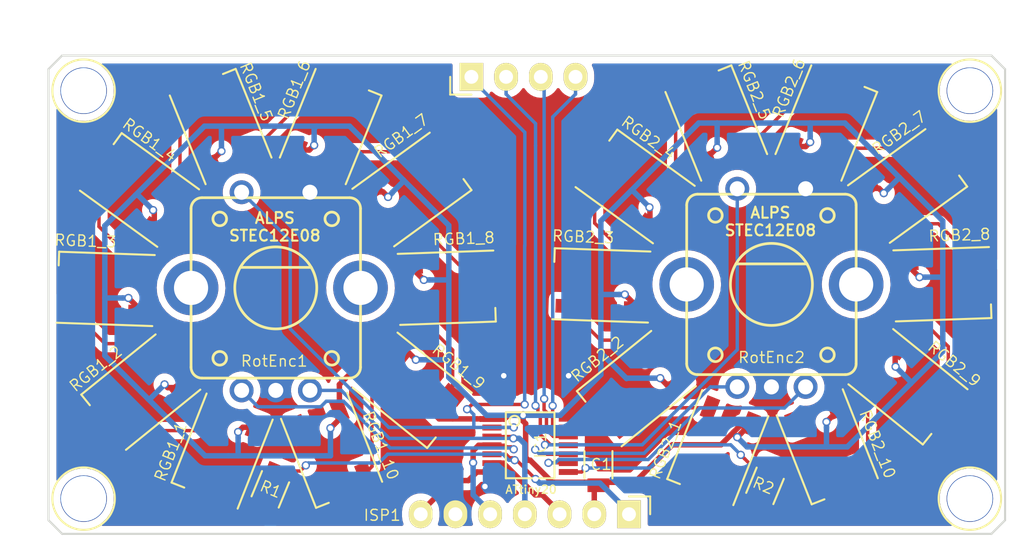
<source format=kicad_pcb>
(kicad_pcb (version 4) (host pcbnew 4.0.2-stable)
  (layers (0 F.Cu signal) (31 B.Cu signal) (34 B.Paste user) (35 F.Paste user) (36 B.SilkS user hide) (37 F.SilkS user) (38 B.Mask user) (39 F.Mask user) (44 Edge.Cuts user))
  (net 0 "")
  (net 1 +5V)
  (net 2 "Net-(IC1-Pad2)")
  (net 3 "Net-(IC1-Pad7)")
  (net 4 "Net-(IC1-Pad8)")
  (net 5 "Net-(IC1-Pad9)")
  (net 6 "Net-(IC1-Pad10)")
  (net 7 "Net-(IC1-Pad11)")
  (net 8 "Net-(IC1-Pad12)")
  (net 9 "Net-(IC1-Pad13)")
  (net 10 GND)
  (net 11 "Net-(RGB1_1-Pad2)")
  (net 12 "Net-(RGB1_2-Pad2)")
  (net 13 "Net-(RGB1_3-Pad2)")
  (net 14 "Net-(RGB1_4-Pad2)")
  (net 15 "Net-(RGB1_5-Pad2)")
  (net 16 "Net-(RGB1_6-Pad2)")
  (net 17 "Net-(RGB1_7-Pad2)")
  (net 18 "Net-(RGB1_8-Pad2)")
  (net 19 "Net-(RGB1_10-Pad4)")
  (net 20 "Net-(RGB1_10-Pad2)")
  (net 21 "Net-(RGB2_1-Pad2)")
  (net 22 "Net-(RGB2_2-Pad2)")
  (net 23 "Net-(RGB2_3-Pad2)")
  (net 24 "Net-(RGB2_4-Pad2)")
  (net 25 "Net-(RGB2_5-Pad2)")
  (net 26 "Net-(RGB2_6-Pad2)")
  (net 27 "Net-(RGB2_7-Pad2)")
  (net 28 "Net-(RGB2_8-Pad2)")
  (net 29 "Net-(RGB2_10-Pad4)")
  (net 30 "Net-(RGB2_10-Pad2)")
  (net 31 "Net-(R1-Pad2)")
  (net 32 "Net-(R2-Pad2)")
  (net 33 "Net-(IC1-Pad6)")
  (net 34 "Net-(IC1-Pad3)")
  (net 35 "Net-(IC1-Pad4)")
  (net 36 "Net-(IC1-Pad5)")
  (module Pin_Headers:Pin_Header_Angled_1x04 (layer F.Cu) (at 110.9472 81.5594 90)
    (fp_text reference P1 hide)
    (fp_text value CONN_02X02 hide)
    (pad 4 thru_hole rect (at 0 0 90) (size 2.032 1.7272) (drill 1.016) (layers *.Cu *.Mask F.SilkS) (net 2 "Net-(IC1-Pad2)"))
    (pad 2 thru_hole oval (at 0 2.54 90) (size 2.032 1.7272) (drill 1.016) (layers *.Cu *.Mask F.SilkS) (net 7 "Net-(IC1-Pad11)"))
    (pad 3 thru_hole oval (at 0 5.08 90) (size 2.032 1.7272) (drill 1.016) (layers *.Cu *.Mask F.SilkS) (net 8 "Net-(IC1-Pad12)"))
    (pad 1 thru_hole oval (at 0 7.62 90) (size 2.032 1.7272) (drill 1.016) (layers *.Cu *.Mask F.SilkS) (net 9 "Net-(IC1-Pad13)"))
  )
  (module Connect:1pin (layer F.Cu) (at 147.4232 112.422)
    (fp_text reference REF** hide)
    (fp_text value 1pin)
    (pad "" np_thru_hole circle (at 0 0) (size 3.4 3.4) (drill 3.3) (layers *.Cu *.Mask))
  )
  (module Connect:1pin (layer F.Cu) (at 147.4232 82.5738)
    (fp_text reference REF** hide)
    (fp_text value 1pin)
    (pad "" np_thru_hole circle (at 0 0) (size 3.4 3.4) (drill 3.3) (layers *.Cu *.Mask))
  )
  (module Connect:1pin (layer F.Cu) (at 82.5738 112.422)
    (fp_text reference REF** hide)
    (fp_text value 1pin)
    (pad "" np_thru_hole circle (at 0 0) (size 3.4 3.4) (drill 3.3) (layers *.Cu *.Mask))
  )
  (module Pin_Headers:Pin_Header_Angled_1x07 (layer F.Cu) (at 122.4788 113.5634 270)
    (fp_text reference ISP1 (at 0.0762 18.0594 540) (layer F.SilkS) (effects (font (size 0.8 0.8) (thickness 0.1))))
    (fp_text value CONN_01X07)
    (pad 1 thru_hole rect (at 0 0 270) (size 2.032 1.7272) (drill 1.016) (layers *.Cu *.Mask F.SilkS) (net 36 "Net-(IC1-Pad5)"))
    (pad 2 thru_hole oval (at 0 2.54 270) (size 2.032 1.7272) (drill 1.016) (layers *.Cu *.Mask F.SilkS) (net 1 +5V))
    (pad 3 thru_hole oval (at 0 5.08 270) (size 2.032 1.7272) (drill 1.016) (layers *.Cu *.Mask F.SilkS) (net 33 "Net-(IC1-Pad6)"))
    (pad 4 thru_hole oval (at 0 7.62 270) (size 2.032 1.7272) (drill 1.016) (layers *.Cu *.Mask F.SilkS) (net 34 "Net-(IC1-Pad3)"))
    (pad 5 thru_hole oval (at 0 10.16 270) (size 2.032 1.7272) (drill 1.016) (layers *.Cu *.Mask F.SilkS) (net 35 "Net-(IC1-Pad4)"))
    (pad 6 thru_hole oval (at 0 12.7 270) (size 2.032 1.7272) (drill 1.016) (layers *.Cu *.Mask F.SilkS) (net 10 GND))
    (pad 7 thru_hole oval (at 0 15.24 270) (size 2.032 1.7272) (drill 1.016) (layers *.Cu *.Mask F.SilkS) (net 3 "Net-(IC1-Pad7)"))
  )
  (module LEDs:LED_WS2812B-PLCC4 (layer F.Cu) (at 123.023592 104.371265 219)
    (fp_text reference RGB2_2 (at 0.859298 3.477389 219) (layer F.SilkS) (effects (font (size 0.8 0.8) (thickness 0.1))))
    (fp_text value RGB_LED_5050)
    (pad 3 smd rect (at 2.5 1.6 219) (size 1.6 1) (layers F.Cu F.Paste F.Mask) (net 10 GND))
    (pad 4 smd rect (at 2.5 -1.6 219) (size 1.6 1) (layers F.Cu F.Paste F.Mask) (net 21 "Net-(RGB2_1-Pad2)"))
    (pad 2 smd rect (at -2.5 1.6 219) (size 1.6 1) (layers F.Cu F.Paste F.Mask) (net 22 "Net-(RGB2_2-Pad2)"))
    (pad 1 smd rect (at -2.5 -1.6 219) (size 1.6 1) (layers F.Cu F.Paste F.Mask) (net 1 +5V))
  )
  (module LEDs:LED_WS2812B-PLCC4 (layer F.Cu) (at 136.985199 108.628438 291.5)
    (fp_text reference RGB2_10 (at 1.166514 -3.495712 291.5) (layer F.SilkS) (effects (font (size 0.8 0.8) (thickness 0.1))))
    (fp_text value RGB_LED_5050)
    (pad 3 smd rect (at 2.5 1.6 291.5) (size 1.6 1) (layers F.Cu F.Paste F.Mask) (net 10 GND))
    (pad 4 smd rect (at 2.5 -1.6 291.5) (size 1.6 1) (layers F.Cu F.Paste F.Mask) (net 29 "Net-(RGB2_10-Pad4)"))
    (pad 2 smd rect (at -2.5 1.6 291.5) (size 1.6 1) (layers F.Cu F.Paste F.Mask) (net 30 "Net-(RGB2_10-Pad2)"))
    (pad 1 smd rect (at -2.5 -1.6 291.5) (size 1.6 1) (layers F.Cu F.Paste F.Mask) (net 1 +5V))
  )
  (module LEDs:LED_WS2812B-PLCC4 (layer F.Cu) (at 120.458576 96.819243 178)
    (fp_text reference RGB2_3 (at 1.455673 3.501774 178) (layer F.SilkS) (effects (font (size 0.8 0.8) (thickness 0.1))))
    (fp_text value RGB_LED_5050)
    (pad 3 smd rect (at 2.5 1.6 178) (size 1.6 1) (layers F.Cu F.Paste F.Mask) (net 10 GND))
    (pad 4 smd rect (at 2.5 -1.6 178) (size 1.6 1) (layers F.Cu F.Paste F.Mask) (net 22 "Net-(RGB2_2-Pad2)"))
    (pad 2 smd rect (at -2.5 1.6 178) (size 1.6 1) (layers F.Cu F.Paste F.Mask) (net 23 "Net-(RGB2_3-Pad2)"))
    (pad 1 smd rect (at -2.5 -1.6 178) (size 1.6 1) (layers F.Cu F.Paste F.Mask) (net 1 +5V))
  )
  (module LEDs:LED_WS2812B-PLCC4 (layer F.Cu) (at 128.975661 108.686858 248.5)
    (fp_text reference RGB2_1 (at 1.545204 3.50761 428.5) (layer F.SilkS) (effects (font (size 0.8 0.8) (thickness 0.1))))
    (fp_text value RGB_LED_5050)
    (pad 3 smd rect (at 2.5 1.6 248.5) (size 1.6 1) (layers F.Cu F.Paste F.Mask) (net 10 GND))
    (pad 4 smd rect (at 2.5 -1.6 248.5) (size 1.6 1) (layers F.Cu F.Paste F.Mask) (net 32 "Net-(R2-Pad2)"))
    (pad 2 smd rect (at -2.5 1.6 248.5) (size 1.6 1) (layers F.Cu F.Paste F.Mask) (net 21 "Net-(RGB2_1-Pad2)"))
    (pad 1 smd rect (at -2.5 -1.6 248.5) (size 1.6 1) (layers F.Cu F.Paste F.Mask) (net 1 +5V))
  )
  (module LEDs:LED_WS2812B-PLCC4 (layer F.Cu) (at 122.929739 89.580496 144)
    (fp_text reference RGB2_4 (at 1.301118 3.443584 144) (layer F.SilkS) (effects (font (size 0.8 0.8) (thickness 0.1))))
    (fp_text value RGB_LED_5050)
    (pad 3 smd rect (at 2.5 1.6 144) (size 1.6 1) (layers F.Cu F.Paste F.Mask) (net 10 GND))
    (pad 4 smd rect (at 2.5 -1.6 144) (size 1.6 1) (layers F.Cu F.Paste F.Mask) (net 23 "Net-(RGB2_3-Pad2)"))
    (pad 2 smd rect (at -2.5 1.6 144) (size 1.6 1) (layers F.Cu F.Paste F.Mask) (net 24 "Net-(RGB2_4-Pad2)"))
    (pad 1 smd rect (at -2.5 -1.6 144) (size 1.6 1) (layers F.Cu F.Paste F.Mask) (net 1 +5V))
  )
  (module LEDs:LED_WS2812B-PLCC4 (layer F.Cu) (at 142.894482 104.239393 321)
    (fp_text reference RGB2_9 (at 1.57635 -3.430787 321) (layer F.SilkS) (effects (font (size 0.8 0.8) (thickness 0.1))))
    (fp_text value RGB_LED_5050)
    (pad 3 smd rect (at 2.5 1.6 321) (size 1.6 1) (layers F.Cu F.Paste F.Mask) (net 10 GND))
    (pad 4 smd rect (at 2.5 -1.6 321) (size 1.6 1) (layers F.Cu F.Paste F.Mask) (net 28 "Net-(RGB2_8-Pad2)"))
    (pad 2 smd rect (at -2.5 1.6 321) (size 1.6 1) (layers F.Cu F.Paste F.Mask) (net 29 "Net-(RGB2_10-Pad4)"))
    (pad 1 smd rect (at -2.5 -1.6 321) (size 1.6 1) (layers F.Cu F.Paste F.Mask) (net 1 +5V))
  )
  (module LEDs:LED_WS2812B-PLCC4 (layer F.Cu) (at 128.867509 84.938591 112)
    (fp_text reference RGB2_5 (at 1.196548 3.482509 112) (layer F.SilkS) (effects (font (size 0.8 0.8) (thickness 0.1))))
    (fp_text value RGB_LED_5050)
    (pad 3 smd rect (at 2.5 1.6 112) (size 1.6 1) (layers F.Cu F.Paste F.Mask) (net 10 GND))
    (pad 4 smd rect (at 2.5 -1.6 112) (size 1.6 1) (layers F.Cu F.Paste F.Mask) (net 24 "Net-(RGB2_4-Pad2)"))
    (pad 2 smd rect (at -2.5 1.6 112) (size 1.6 1) (layers F.Cu F.Paste F.Mask) (net 25 "Net-(RGB2_5-Pad2)"))
    (pad 1 smd rect (at -2.5 -1.6 112) (size 1.6 1) (layers F.Cu F.Paste F.Mask) (net 1 +5V))
  )
  (module LEDs:LED_WS2812B-PLCC4 (layer F.Cu) (at 136.920631 84.938591 68)
    (fp_text reference RGB2_6 (at 1.35593 -3.494853 68) (layer F.SilkS) (effects (font (size 0.8 0.8) (thickness 0.1))))
    (fp_text value RGB_LED_5050)
    (pad 3 smd rect (at 2.5 1.6 68) (size 1.6 1) (layers F.Cu F.Paste F.Mask) (net 10 GND))
    (pad 4 smd rect (at 2.5 -1.6 68) (size 1.6 1) (layers F.Cu F.Paste F.Mask) (net 25 "Net-(RGB2_5-Pad2)"))
    (pad 2 smd rect (at -2.5 1.6 68) (size 1.6 1) (layers F.Cu F.Paste F.Mask) (net 26 "Net-(RGB2_6-Pad2)"))
    (pad 1 smd rect (at -2.5 -1.6 68) (size 1.6 1) (layers F.Cu F.Paste F.Mask) (net 1 +5V))
  )
  (module LEDs:LED_WS2812B-PLCC4 (layer F.Cu) (at 145.413384 96.732883 2)
    (fp_text reference RGB2_8 (at 1.370784 -3.545403 2) (layer F.SilkS) (effects (font (size 0.8 0.8) (thickness 0.1))))
    (fp_text value RGB_LED_5050)
    (pad 3 smd rect (at 2.5 1.6 2) (size 1.6 1) (layers F.Cu F.Paste F.Mask) (net 10 GND))
    (pad 4 smd rect (at 2.5 -1.6 2) (size 1.6 1) (layers F.Cu F.Paste F.Mask) (net 27 "Net-(RGB2_7-Pad2)"))
    (pad 2 smd rect (at -2.5 1.6 2) (size 1.6 1) (layers F.Cu F.Paste F.Mask) (net 28 "Net-(RGB2_8-Pad2)"))
    (pad 1 smd rect (at -2.5 -1.6 2) (size 1.6 1) (layers F.Cu F.Paste F.Mask) (net 1 +5V))
  )
  (module LEDs:LED_WS2812B-PLCC4 (layer F.Cu) (at 142.866021 89.544936 36)
    (fp_text reference RGB2_7 (at 1.78363 -3.520006 36) (layer F.SilkS) (effects (font (size 0.8 0.8) (thickness 0.1))))
    (fp_text value RGB_LED_5050)
    (pad 3 smd rect (at 2.5 1.6 36) (size 1.6 1) (layers F.Cu F.Paste F.Mask) (net 10 GND))
    (pad 4 smd rect (at 2.5 -1.6 36) (size 1.6 1) (layers F.Cu F.Paste F.Mask) (net 26 "Net-(RGB2_6-Pad2)"))
    (pad 2 smd rect (at -2.5 1.6 36) (size 1.6 1) (layers F.Cu F.Paste F.Mask) (net 27 "Net-(RGB2_7-Pad2)"))
    (pad 1 smd rect (at -2.5 -1.6 36) (size 1.6 1) (layers F.Cu F.Paste F.Mask) (net 1 +5V))
  )
  (module "Rotary Encoders:ALPS_STEC12E08" (layer F.Cu) (at 132.90232 96.74668)
    (fp_text reference RotEnc2 (at 0.0108 5.34608) (layer F.SilkS) (effects (font (size 0.8 0.8) (thickness 0.1))))
    (fp_text value Rotary_Encoder hide)
    (pad A thru_hole circle (at -2.5 7.5) (size 1.75 1.75) (drill 1.1) (layers *.Cu *.Mask) (net 6 "Net-(IC1-Pad10)"))
    (pad B thru_hole circle (at 2.5 7.5) (size 1.75 1.75) (drill 1.1) (layers *.Cu *.Mask) (net 5 "Net-(IC1-Pad9)"))
    (pad C thru_hole circle (at 0 7.5) (size 1.75 1.75) (drill 1.1) (layers *.Cu *.Mask) (net 10 GND))
    (pad SW2 thru_hole circle (at 2.5 -7) (size 1.75 1.75) (drill 1.1) (layers *.Cu *.Mask) (net 10 GND))
    (pad SW1 thru_hole circle (at -2.5 -7) (size 1.75 1.75) (drill 1.1) (layers *.Cu *.Mask) (net 7 "Net-(IC1-Pad11)"))
    (pad body thru_hole oval (at 6.2 0) (size 4 4) (drill 2.5) (layers *.Cu *.Mask))
    (pad body thru_hole oval (at -6.2 0) (size 4 4) (drill 2.5) (layers *.Cu *.Mask))
  )
  (module LEDs:LED_WS2812B-PLCC4 (layer F.Cu) (at 92.707001 108.943398 248.5)
    (fp_text reference RGB1_1 (at 1.421314 3.477243 428.5) (layer F.SilkS) (effects (font (size 0.8 0.8) (thickness 0.1))))
    (fp_text value RGB_LED_5050)
    (pad 3 smd rect (at 2.5 1.6 248.5) (size 1.6 1) (layers F.Cu F.Paste F.Mask) (net 10 GND))
    (pad 4 smd rect (at 2.5 -1.6 248.5) (size 1.6 1) (layers F.Cu F.Paste F.Mask) (net 31 "Net-(R1-Pad2)"))
    (pad 2 smd rect (at -2.5 1.6 248.5) (size 1.6 1) (layers F.Cu F.Paste F.Mask) (net 11 "Net-(RGB1_1-Pad2)"))
    (pad 1 smd rect (at -2.5 -1.6 248.5) (size 1.6 1) (layers F.Cu F.Paste F.Mask) (net 1 +5V))
  )
  (module LEDs:LED_WS2812B-PLCC4 (layer F.Cu) (at 86.754932 104.627805 219)
    (fp_text reference RGB1_2 (at 1.482971 3.397391 219) (layer F.SilkS) (effects (font (size 0.8 0.8) (thickness 0.1))))
    (fp_text value RGB_LED_5050)
    (pad 3 smd rect (at 2.5 1.6 219) (size 1.6 1) (layers F.Cu F.Paste F.Mask) (net 10 GND))
    (pad 4 smd rect (at 2.5 -1.6 219) (size 1.6 1) (layers F.Cu F.Paste F.Mask) (net 11 "Net-(RGB1_1-Pad2)"))
    (pad 2 smd rect (at -2.5 1.6 219) (size 1.6 1) (layers F.Cu F.Paste F.Mask) (net 12 "Net-(RGB1_2-Pad2)"))
    (pad 1 smd rect (at -2.5 -1.6 219) (size 1.6 1) (layers F.Cu F.Paste F.Mask) (net 1 +5V))
  )
  (module LEDs:LED_WS2812B-PLCC4 (layer F.Cu) (at 84.189916 97.075783 178)
    (fp_text reference RGB1_3 (at 1.608834 3.448136 178) (layer F.SilkS) (effects (font (size 0.8 0.8) (thickness 0.1))))
    (fp_text value RGB_LED_5050)
    (pad 3 smd rect (at 2.5 1.6 178) (size 1.6 1) (layers F.Cu F.Paste F.Mask) (net 10 GND))
    (pad 4 smd rect (at 2.5 -1.6 178) (size 1.6 1) (layers F.Cu F.Paste F.Mask) (net 12 "Net-(RGB1_2-Pad2)"))
    (pad 2 smd rect (at -2.5 1.6 178) (size 1.6 1) (layers F.Cu F.Paste F.Mask) (net 13 "Net-(RGB1_3-Pad2)"))
    (pad 1 smd rect (at -2.5 -1.6 178) (size 1.6 1) (layers F.Cu F.Paste F.Mask) (net 1 +5V))
  )
  (module LEDs:LED_WS2812B-PLCC4 (layer F.Cu) (at 86.661079 89.837036 144)
    (fp_text reference RGB1_4 (at 1.549326 3.391974 144) (layer F.SilkS) (effects (font (size 0.8 0.8) (thickness 0.1))))
    (fp_text value RGB_LED_5050)
    (pad 3 smd rect (at 2.5 1.6 144) (size 1.6 1) (layers F.Cu F.Paste F.Mask) (net 10 GND))
    (pad 4 smd rect (at 2.5 -1.6 144) (size 1.6 1) (layers F.Cu F.Paste F.Mask) (net 13 "Net-(RGB1_3-Pad2)"))
    (pad 2 smd rect (at -2.5 1.6 144) (size 1.6 1) (layers F.Cu F.Paste F.Mask) (net 14 "Net-(RGB1_4-Pad2)"))
    (pad 1 smd rect (at -2.5 -1.6 144) (size 1.6 1) (layers F.Cu F.Paste F.Mask) (net 1 +5V))
  )
  (module LEDs:LED_WS2812B-PLCC4 (layer F.Cu) (at 92.598849 85.195131 112)
    (fp_text reference RGB1_5 (at 1.384212 3.363827 112) (layer F.SilkS) (effects (font (size 0.8 0.8) (thickness 0.1))))
    (fp_text value RGB_LED_5050)
    (pad 3 smd rect (at 2.5 1.6 112) (size 1.6 1) (layers F.Cu F.Paste F.Mask) (net 10 GND))
    (pad 4 smd rect (at 2.5 -1.6 112) (size 1.6 1) (layers F.Cu F.Paste F.Mask) (net 14 "Net-(RGB1_4-Pad2)"))
    (pad 2 smd rect (at -2.5 1.6 112) (size 1.6 1) (layers F.Cu F.Paste F.Mask) (net 15 "Net-(RGB1_5-Pad2)"))
    (pad 1 smd rect (at -2.5 -1.6 112) (size 1.6 1) (layers F.Cu F.Paste F.Mask) (net 1 +5V))
  )
  (module LEDs:LED_WS2812B-PLCC4 (layer F.Cu) (at 100.651971 85.195131 68)
    (fp_text reference RGB1_6 (at 1.503631 -3.475083 68) (layer F.SilkS) (effects (font (size 0.8 0.8) (thickness 0.1))))
    (fp_text value RGB_LED_5050)
    (pad 3 smd rect (at 2.5 1.6 68) (size 1.6 1) (layers F.Cu F.Paste F.Mask) (net 10 GND))
    (pad 4 smd rect (at 2.5 -1.6 68) (size 1.6 1) (layers F.Cu F.Paste F.Mask) (net 15 "Net-(RGB1_5-Pad2)"))
    (pad 2 smd rect (at -2.5 1.6 68) (size 1.6 1) (layers F.Cu F.Paste F.Mask) (net 16 "Net-(RGB1_6-Pad2)"))
    (pad 1 smd rect (at -2.5 -1.6 68) (size 1.6 1) (layers F.Cu F.Paste F.Mask) (net 1 +5V))
  )
  (module LEDs:LED_WS2812B-PLCC4 (layer F.Cu) (at 106.597361 89.801476 36)
    (fp_text reference RGB1_7 (at 1.674703 -3.633682 36) (layer F.SilkS) (effects (font (size 0.8 0.8) (thickness 0.1))))
    (fp_text value RGB_LED_5050)
    (pad 3 smd rect (at 2.5 1.6 36) (size 1.6 1) (layers F.Cu F.Paste F.Mask) (net 10 GND))
    (pad 4 smd rect (at 2.5 -1.6 36) (size 1.6 1) (layers F.Cu F.Paste F.Mask) (net 16 "Net-(RGB1_6-Pad2)"))
    (pad 2 smd rect (at -2.5 1.6 36) (size 1.6 1) (layers F.Cu F.Paste F.Mask) (net 17 "Net-(RGB1_7-Pad2)"))
    (pad 1 smd rect (at -2.5 -1.6 36) (size 1.6 1) (layers F.Cu F.Paste F.Mask) (net 1 +5V))
  )
  (module LEDs:LED_WS2812B-PLCC4 (layer F.Cu) (at 109.144724 96.989423 2)
    (fp_text reference RGB1_8 (at 1.368334 -3.54803 2) (layer F.SilkS) (effects (font (size 0.8 0.8) (thickness 0.1))))
    (fp_text value RGB_LED_5050)
    (pad 3 smd rect (at 2.5 1.6 2) (size 1.6 1) (layers F.Cu F.Paste F.Mask) (net 10 GND))
    (pad 4 smd rect (at 2.5 -1.6 2) (size 1.6 1) (layers F.Cu F.Paste F.Mask) (net 17 "Net-(RGB1_7-Pad2)"))
    (pad 2 smd rect (at -2.5 1.6 2) (size 1.6 1) (layers F.Cu F.Paste F.Mask) (net 18 "Net-(RGB1_8-Pad2)"))
    (pad 1 smd rect (at -2.5 -1.6 2) (size 1.6 1) (layers F.Cu F.Paste F.Mask) (net 1 +5V))
  )
  (module LEDs:LED_WS2812B-PLCC4 (layer F.Cu) (at 106.625822 104.495933 321)
    (fp_text reference RGB1_9 (at 1.540808 -3.470641 321) (layer F.SilkS) (effects (font (size 0.8 0.8) (thickness 0.1))))
    (fp_text value RGB_LED_5050)
    (pad 3 smd rect (at 2.5 1.6 321) (size 1.6 1) (layers F.Cu F.Paste F.Mask) (net 10 GND))
    (pad 4 smd rect (at 2.5 -1.6 321) (size 1.6 1) (layers F.Cu F.Paste F.Mask) (net 18 "Net-(RGB1_8-Pad2)"))
    (pad 2 smd rect (at -2.5 1.6 321) (size 1.6 1) (layers F.Cu F.Paste F.Mask) (net 19 "Net-(RGB1_10-Pad4)"))
    (pad 1 smd rect (at -2.5 -1.6 321) (size 1.6 1) (layers F.Cu F.Paste F.Mask) (net 1 +5V))
  )
  (module LEDs:LED_WS2812B-PLCC4 (layer F.Cu) (at 100.716539 108.884978 291.5)
    (fp_text reference RGB1_10 (at 0.993497 -3.479237 471.5) (layer F.SilkS) (effects (font (size 0.8 0.8) (thickness 0.1))))
    (fp_text value RGB_LED_5050)
    (pad 3 smd rect (at 2.5 1.6 291.5) (size 1.6 1) (layers F.Cu F.Paste F.Mask) (net 10 GND))
    (pad 4 smd rect (at 2.5 -1.6 291.5) (size 1.6 1) (layers F.Cu F.Paste F.Mask) (net 19 "Net-(RGB1_10-Pad4)"))
    (pad 2 smd rect (at -2.5 1.6 291.5) (size 1.6 1) (layers F.Cu F.Paste F.Mask) (net 20 "Net-(RGB1_10-Pad2)"))
    (pad 1 smd rect (at -2.5 -1.6 291.5) (size 1.6 1) (layers F.Cu F.Paste F.Mask) (net 1 +5V))
  )
  (module "Rotary Encoders:ALPS_STEC12E08" (layer F.Cu) (at 96.63366 97.00322)
    (fp_text reference RotEnc1 (at -0.11366 5.3537) (layer F.SilkS) (effects (font (size 0.8 0.8) (thickness 0.1))))
    (fp_text value Rotary_Encoder hide)
    (pad A thru_hole circle (at -2.5 7.5) (size 1.75 1.75) (drill 1.1) (layers *.Cu *.Mask) (net 35 "Net-(IC1-Pad4)"))
    (pad B thru_hole circle (at 2.5 7.5) (size 1.75 1.75) (drill 1.1) (layers *.Cu *.Mask) (net 34 "Net-(IC1-Pad3)"))
    (pad C thru_hole circle (at 0 7.5) (size 1.75 1.75) (drill 1.1) (layers *.Cu *.Mask) (net 10 GND))
    (pad SW2 thru_hole circle (at 2.5 -7) (size 1.75 1.75) (drill 1.1) (layers *.Cu *.Mask) (net 10 GND))
    (pad SW1 thru_hole circle (at -2.5 -7) (size 1.75 1.75) (drill 1.1) (layers *.Cu *.Mask) (net 2 "Net-(IC1-Pad2)"))
    (pad body thru_hole oval (at 6.2 0) (size 4 4) (drill 2.5) (layers *.Cu *.Mask))
    (pad body thru_hole oval (at -6.2 0) (size 4 4) (drill 2.5) (layers *.Cu *.Mask))
  )
  (module SMD_Packages:SSOP-14 (layer F.Cu) (at 115.246 108.5174 270)
    (fp_text reference IC1 (at 0 -0.762 270) (layer F.SilkS) (effects (font (size 0.8 0.8) (thickness 0.1))))
    (fp_text value ATTINY20-X)
    (pad 1 smd rect (at -1.9304 2.794 270) (size 0.4318 1.397) (layers F.Cu F.Paste F.Mask) (net 1 +5V))
    (pad 2 smd rect (at -1.2954 2.794 270) (size 0.4318 1.397) (layers F.Cu F.Paste F.Mask) (net 2 "Net-(IC1-Pad2)"))
    (pad 3 smd rect (at -0.635 2.794 270) (size 0.4318 1.397) (layers F.Cu F.Paste F.Mask) (net 34 "Net-(IC1-Pad3)"))
    (pad 4 smd rect (at 0 2.794 270) (size 0.4318 1.397) (layers F.Cu F.Paste F.Mask) (net 35 "Net-(IC1-Pad4)"))
    (pad 5 smd rect (at 0.6604 2.794 270) (size 0.4318 1.397) (layers F.Cu F.Paste F.Mask) (net 36 "Net-(IC1-Pad5)"))
    (pad 6 smd rect (at 1.3081 2.794 270) (size 0.4318 1.397) (layers F.Cu F.Paste F.Mask) (net 33 "Net-(IC1-Pad6)"))
    (pad 7 smd rect (at 1.9558 2.794 270) (size 0.4318 1.397) (layers F.Cu F.Paste F.Mask) (net 3 "Net-(IC1-Pad7)"))
    (pad 8 smd rect (at 1.9558 -2.794 270) (size 0.4318 1.397) (layers F.Cu F.Paste F.Mask) (net 4 "Net-(IC1-Pad8)"))
    (pad 9 smd rect (at 1.3081 -2.794 270) (size 0.4318 1.397) (layers F.Cu F.Paste F.Mask) (net 5 "Net-(IC1-Pad9)"))
    (pad 10 smd rect (at 0.6604 -2.794 270) (size 0.4318 1.397) (layers F.Cu F.Paste F.Mask) (net 6 "Net-(IC1-Pad10)"))
    (pad 11 smd rect (at 0 -2.794 270) (size 0.4318 1.397) (layers F.Cu F.Paste F.Mask) (net 7 "Net-(IC1-Pad11)"))
    (pad 12 smd rect (at -0.6477 -2.794 270) (size 0.4318 1.397) (layers F.Cu F.Paste F.Mask) (net 8 "Net-(IC1-Pad12)"))
    (pad 13 smd rect (at -1.2954 -2.794 270) (size 0.4318 1.397) (layers F.Cu F.Paste F.Mask) (net 9 "Net-(IC1-Pad13)"))
    (pad 14 smd rect (at -1.9431 -2.794 270) (size 0.4318 1.397) (layers F.Cu F.Paste F.Mask) (net 10 GND))
  )
  (module Capacitors_SMD:C_1206 (layer F.Cu) (at 120.2436 109.9439 90)
    (fp_text reference C1 (at 0.02286 0.19304 180) (layer F.SilkS) (effects (font (size 0.8 0.8) (thickness 0.1))))
    (fp_text value 10uF)
    (pad 1 smd rect (at -1.5 0 90) (size 1 1.6) (layers F.Cu F.Paste F.Mask) (net 1 +5V))
    (pad 2 smd rect (at 1.5 0 90) (size 1 1.6) (layers F.Cu F.Paste F.Mask) (net 10 GND))
  )
  (module Resistors_SMD:R_1206 (layer F.Cu) (at 96.236691 111.741175 247.5)
    (fp_text reference R1 (at -0.01729 -0.024562 337.5) (layer F.SilkS) (effects (font (size 0.8 0.8) (thickness 0.1))))
    (fp_text value 220Ω)
    (pad 1 smd rect (at -1.45 0 247.5) (size 0.9 1.7) (layers F.Cu F.Paste F.Mask) (net 36 "Net-(IC1-Pad5)"))
    (pad 2 smd rect (at 1.45 0 247.5) (size 0.9 1.7) (layers F.Cu F.Paste F.Mask) (net 31 "Net-(R1-Pad2)"))
  )
  (module Resistors_SMD:R_1206 (layer F.Cu) (at 132.431691 111.487175 247.5)
    (fp_text reference R2 (at 0.030633 0.113778 337.5) (layer F.SilkS) (effects (font (size 0.8 0.8) (thickness 0.1))))
    (fp_text value 220Ω)
    (pad 1 smd rect (at -1.45 0 247.5) (size 0.9 1.7) (layers F.Cu F.Paste F.Mask) (net 4 "Net-(IC1-Pad8)"))
    (pad 2 smd rect (at 1.45 0 247.5) (size 0.9 1.7) (layers F.Cu F.Paste F.Mask) (net 32 "Net-(R2-Pad2)"))
  )
  (module Connect:1pin (layer F.Cu) (at 82.5738 82.5738)
    (fp_text reference REF** hide)
    (fp_text value 1pin)
    (pad "" np_thru_hole circle (at 0 0) (size 3.4 3.4) (drill 3.3) (layers *.Cu *.Mask))
  )
  (gr_text ATtiny20 (at 115.316 111.76) (layer F.SilkS) (effects (font (size 0.6 0.6) (thickness 0.1))))
  (gr_text "ALPS\nSTEC12E08" (at 132.82676 92.14612) (layer F.SilkS) (effects (font (size 0.8 0.8))))
  (gr_text "ALPS\nSTEC12E08" (at 96.56572 92.53728) (layer F.SilkS) (effects (font (size 0.8 0.8))))
  (gr_line (start 81 115) (end 80 114) (layer Edge.Cuts) (width 0.15))
  (gr_line (start 150 114) (end 149 115) (layer Edge.Cuts) (width 0.15))
  (gr_line (start 80 81) (end 81 80) (layer Edge.Cuts) (width 0.15))
  (gr_line (start 149 80) (end 150 81) (layer Edge.Cuts) (width 0.15))
  (gr_line (start 80 114) (end 80 81) (layer Edge.Cuts) (width 0.15))
  (gr_line (start 149 115) (end 81 115) (layer Edge.Cuts) (width 0.15))
  (gr_line (start 150 81) (end 150 114) (layer Edge.Cuts) (width 0.15))
  (gr_line (start 81 80) (end 149 80) (layer Edge.Cuts) (width 0.15))
  (segment (start 122.301 103.632) (end 120.4214 101.7524) (width 0.4) (layer B.Cu) (net 1))
  (segment (start 120.4214 101.7524) (end 120.4214 103.3526) (width 0.4) (layer B.Cu) (net 1))
  (segment (start 114.7318 106.3244) (end 117.4496 106.3244) (width 0.4) (layer B.Cu) (net 1))
  (segment (start 120.4214 103.3526) (end 117.4496 106.3244) (width 0.4) (layer B.Cu) (net 1))
  (via (at 114.7318 106.3244) (size 0.6) (drill 0.4) (layers F.Cu B.Cu) (net 1))
  (segment (start 114.270578 106.3244) (end 114.7318 106.3244) (width 0.4) (layer B.Cu) (net 1))
  (segment (start 116.8654 111.2266) (end 119.9388 111.2266) (width 0.4) (layer F.Cu) (net 1))
  (segment (start 119.9388 111.2266) (end 122.907239 111.2266) (width 0.4) (layer F.Cu) (net 1))
  (segment (start 119.9388 113.2586) (end 119.9388 111.8426) (width 0.4) (layer F.Cu) (net 1))
  (segment (start 119.9388 111.8426) (end 119.9388 111.2266) (width 0.4) (layer F.Cu) (net 1))
  (segment (start 114.7318 106.3244) (end 114.7318 106.748664) (width 0.4) (layer F.Cu) (net 1))
  (segment (start 114.7318 106.748664) (end 114.916456 106.93332) (width 0.4) (layer F.Cu) (net 1))
  (segment (start 114.916456 106.93332) (end 114.916456 109.415157) (width 0.4) (layer F.Cu) (net 1))
  (segment (start 114.916456 109.415157) (end 115.112888 109.611589) (width 0.4) (layer F.Cu) (net 1))
  (segment (start 115.112888 109.611589) (end 115.250389 109.611589) (width 0.4) (layer F.Cu) (net 1))
  (segment (start 115.250389 109.611589) (end 116.8654 111.2266) (width 0.4) (layer F.Cu) (net 1))
  (segment (start 122.907239 111.2266) (end 125.6538 108.480039) (width 0.4) (layer F.Cu) (net 1))
  (segment (start 125.6538 108.480039) (end 129.210366 108.480039) (width 0.4) (layer F.Cu) (net 1))
  (segment (start 129.210366 108.480039) (end 130.146805 107.5436) (width 0.4) (layer F.Cu) (net 1))
  (segment (start 102.0318 85.1662) (end 105.9688 89.1032) (width 0.4) (layer B.Cu) (net 1))
  (segment (start 113.644198 106.3244) (end 114.7318 106.3244) (width 0.4) (layer F.Cu) (net 1))
  (segment (start 130.743189 106.947216) (end 130.146805 107.5436) (width 0.4) (layer F.Cu) (net 1))
  (segment (start 130.403198 107.9246) (end 130.103199 107.624601) (width 0.4) (layer F.Cu) (net 1))
  (segment (start 130.103199 107.624601) (end 130.103199 107.587206) (width 0.4) (layer F.Cu) (net 1))
  (segment (start 130.103199 107.587206) (end 130.146805 107.5436) (width 0.4) (layer F.Cu) (net 1))
  (segment (start 131.380582 106.947216) (end 130.743189 106.947216) (width 0.4) (layer F.Cu) (net 1))
  (segment (start 130.403198 107.9246) (end 130.693026 107.634772) (width 0.4) (layer F.Cu) (net 1))
  (segment (start 136.9314 108.6358) (end 131.114398 108.6358) (width 0.4) (layer B.Cu) (net 1))
  (segment (start 131.114398 108.6358) (end 130.403198 107.9246) (width 0.4) (layer B.Cu) (net 1))
  (via (at 130.403198 107.9246) (size 0.6) (drill 0.4) (layers F.Cu B.Cu) (net 1))
  (segment (start 113.362499 106.606099) (end 113.644198 106.3244) (width 0.4) (layer F.Cu) (net 1))
  (segment (start 114.7318 106.3244) (end 114.71061 106.3244) (width 0.4) (layer B.Cu) (net 1))
  (segment (start 114.71061 106.3244) (end 114.702726 106.332284) (width 0.4) (layer B.Cu) (net 1))
  (segment (start 130.693026 107.634772) (end 131.380582 106.947216) (width 0.4) (layer F.Cu) (net 1))
  (segment (start 111.6076 106.587) (end 112.452 106.587) (width 0.4) (layer F.Cu) (net 1))
  (segment (start 111.3535 106.587) (end 111.6076 106.587) (width 0.4) (layer F.Cu) (net 1))
  (segment (start 111.626699 106.606099) (end 113.362499 106.606099) (width 0.4) (layer F.Cu) (net 1))
  (segment (start 111.6076 106.587) (end 111.626699 106.606099) (width 0.4) (layer F.Cu) (net 1))
  (segment (start 122.3264 103.6066) (end 122.301 103.632) (width 0.4) (layer B.Cu) (net 1))
  (segment (start 124.7648 103.6066) (end 122.3264 103.6066) (width 0.4) (layer B.Cu) (net 1))
  (segment (start 125.97337 104.041398) (end 125.199598 104.041398) (width 0.4) (layer F.Cu) (net 1))
  (segment (start 125.199598 104.041398) (end 124.7648 103.6066) (width 0.4) (layer F.Cu) (net 1))
  (via (at 124.7648 103.6066) (size 0.6) (drill 0.4) (layers F.Cu B.Cu) (net 1))
  (segment (start 138.4554 108.6358) (end 136.9314 108.6358) (width 0.4) (layer B.Cu) (net 1))
  (segment (start 136.9314 107.231264) (end 136.9314 108.6358) (width 0.4) (layer B.Cu) (net 1))
  (segment (start 136.9314 106.807) (end 136.9314 107.231264) (width 0.4) (layer B.Cu) (net 1))
  (segment (start 137.557614 105.715992) (end 137.557614 106.180786) (width 0.4) (layer F.Cu) (net 1))
  (segment (start 137.557614 106.180786) (end 136.9314 106.807) (width 0.4) (layer F.Cu) (net 1))
  (via (at 136.9314 106.807) (size 0.6) (drill 0.4) (layers F.Cu B.Cu) (net 1))
  (segment (start 145.4404 101.6508) (end 143.0782 104.013) (width 0.4) (layer B.Cu) (net 1))
  (segment (start 143.0782 104.013) (end 138.4554 108.6358) (width 0.4) (layer B.Cu) (net 1))
  (segment (start 141.986 102.7684) (end 143.0782 103.8606) (width 0.4) (layer B.Cu) (net 1))
  (segment (start 143.0782 103.8606) (end 143.0782 104.013) (width 0.4) (layer B.Cu) (net 1))
  (segment (start 141.95853 101.422658) (end 141.95853 102.74093) (width 0.4) (layer F.Cu) (net 1))
  (segment (start 141.95853 102.74093) (end 141.986 102.7684) (width 0.4) (layer F.Cu) (net 1))
  (via (at 141.986 102.7684) (size 0.6) (drill 0.4) (layers F.Cu B.Cu) (net 1))
  (segment (start 145.4404 92.1004) (end 145.4404 96.2152) (width 0.4) (layer B.Cu) (net 1))
  (segment (start 144.162864 96.2152) (end 145.4404 96.2152) (width 0.4) (layer B.Cu) (net 1))
  (segment (start 145.4404 96.2152) (end 145.4404 101.6508) (width 0.4) (layer B.Cu) (net 1))
  (segment (start 143.7386 96.2152) (end 144.162864 96.2152) (width 0.4) (layer B.Cu) (net 1))
  (segment (start 142.859068 95.221106) (end 142.859068 95.335668) (width 0.4) (layer F.Cu) (net 1))
  (segment (start 142.859068 95.335668) (end 143.7386 96.2152) (width 0.4) (layer F.Cu) (net 1))
  (via (at 143.7386 96.2152) (size 0.6) (drill 0.4) (layers F.Cu B.Cu) (net 1))
  (segment (start 138.2776 84.9376) (end 142.2654 88.9254) (width 0.4) (layer B.Cu) (net 1))
  (segment (start 142.2654 88.9254) (end 145.4404 92.1004) (width 0.4) (layer B.Cu) (net 1))
  (segment (start 141.1224 90.0684) (end 141.422399 89.768401) (width 0.4) (layer B.Cu) (net 1))
  (segment (start 141.422399 89.768401) (end 142.2654 88.9254) (width 0.4) (layer B.Cu) (net 1))
  (segment (start 139.903022 89.719972) (end 140.773972 89.719972) (width 0.4) (layer F.Cu) (net 1))
  (segment (start 140.773972 89.719972) (end 141.1224 90.0684) (width 0.4) (layer F.Cu) (net 1))
  (via (at 141.1224 90.0684) (size 0.6) (drill 0.4) (layers F.Cu B.Cu) (net 1))
  (segment (start 128.9304 84.9376) (end 135.7376 84.9376) (width 0.4) (layer B.Cu) (net 1))
  (segment (start 135.7376 86.3346) (end 135.7376 85.910336) (width 0.4) (layer B.Cu) (net 1))
  (segment (start 135.7376 84.9376) (end 138.2776 84.9376) (width 0.4) (layer B.Cu) (net 1))
  (segment (start 135.7376 85.910336) (end 135.7376 84.9376) (width 0.4) (layer B.Cu) (net 1))
  (segment (start 134.50062 86.65718) (end 135.41502 86.65718) (width 0.4) (layer F.Cu) (net 1))
  (segment (start 135.41502 86.65718) (end 135.7376 86.3346) (width 0.4) (layer F.Cu) (net 1))
  (via (at 135.7376 86.3346) (size 0.6) (drill 0.4) (layers F.Cu B.Cu) (net 1))
  (segment (start 127.5842 84.9376) (end 128.9304 84.9376) (width 0.4) (layer B.Cu) (net 1))
  (segment (start 128.9304 86.741) (end 128.9304 86.316736) (width 0.4) (layer B.Cu) (net 1))
  (segment (start 128.9304 86.316736) (end 128.9304 84.9376) (width 0.4) (layer B.Cu) (net 1))
  (segment (start 128.320531 87.855921) (end 128.320531 87.350869) (width 0.4) (layer F.Cu) (net 1))
  (segment (start 128.320531 87.350869) (end 128.9304 86.741) (width 0.4) (layer F.Cu) (net 1))
  (via (at 128.9304 86.741) (size 0.6) (drill 0.4) (layers F.Cu B.Cu) (net 1))
  (segment (start 120.4214 92.1004) (end 122.6312 89.8906) (width 0.4) (layer B.Cu) (net 1))
  (segment (start 122.6312 89.8906) (end 127.5842 84.9376) (width 0.4) (layer B.Cu) (net 1))
  (segment (start 123.9774 91.1098) (end 122.7582 89.8906) (width 0.4) (layer B.Cu) (net 1))
  (segment (start 122.7582 89.8906) (end 122.6312 89.8906) (width 0.4) (layer B.Cu) (net 1))
  (segment (start 124.011825 92.344386) (end 124.011825 91.144225) (width 0.4) (layer F.Cu) (net 1))
  (segment (start 124.011825 91.144225) (end 123.9774 91.1098) (width 0.4) (layer F.Cu) (net 1))
  (via (at 123.9774 91.1098) (size 0.6) (drill 0.4) (layers F.Cu B.Cu) (net 1))
  (segment (start 120.4214 101.7524) (end 120.4214 97.4852) (width 0.4) (layer B.Cu) (net 1))
  (segment (start 122.174 97.4852) (end 121.749736 97.4852) (width 0.4) (layer B.Cu) (net 1))
  (segment (start 120.4214 97.4852) (end 120.4214 92.1004) (width 0.4) (layer B.Cu) (net 1))
  (segment (start 121.749736 97.4852) (end 120.4214 97.4852) (width 0.4) (layer B.Cu) (net 1))
  (segment (start 122.901214 98.505517) (end 122.901214 98.212414) (width 0.4) (layer F.Cu) (net 1))
  (segment (start 122.901214 98.212414) (end 122.174 97.4852) (width 0.4) (layer F.Cu) (net 1))
  (via (at 122.174 97.4852) (size 0.6) (drill 0.4) (layers F.Cu B.Cu) (net 1))
  (segment (start 109.2962 103.5558) (end 112.0648 106.3244) (width 0.4) (layer B.Cu) (net 1))
  (segment (start 112.0648 106.3244) (end 114.270578 106.3244) (width 0.4) (layer B.Cu) (net 1))
  (segment (start 109.2962 102.235) (end 109.2962 103.5558) (width 0.4) (layer B.Cu) (net 1))
  (segment (start 109.5756 106.587) (end 111.3535 106.587) (width 0.4) (layer F.Cu) (net 1))
  (segment (start 109.5756 106.587) (end 108.587604 106.587) (width 0.4) (layer F.Cu) (net 1))
  (segment (start 108.587604 106.587) (end 103.679802 101.679198) (width 0.4) (layer F.Cu) (net 1))
  (segment (start 103.3018 102.0572) (end 101.288954 104.070046) (width 0.4) (layer F.Cu) (net 1))
  (segment (start 103.679802 101.679198) (end 103.3018 102.0572) (width 0.4) (layer F.Cu) (net 1))
  (via (at 100.6348 107.2642) (size 0.6) (drill 0.4) (layers F.Cu B.Cu) (net 1))
  (segment (start 101.288954 106.610046) (end 100.6348 107.2642) (width 0.4) (layer F.Cu) (net 1))
  (segment (start 100.6348 107.2642) (end 100.6348 107.485264) (width 0.4) (layer B.Cu) (net 1))
  (segment (start 101.288954 104.070046) (end 101.288954 105.972532) (width 0.4) (layer F.Cu) (net 1))
  (segment (start 105.68987 101.679198) (end 103.679802 101.679198) (width 0.4) (layer F.Cu) (net 1))
  (segment (start 101.288954 105.972532) (end 101.288954 106.610046) (width 0.4) (layer F.Cu) (net 1))
  (segment (start 107.307464 102.2604) (end 109.3216 102.2604) (width 0.4) (layer B.Cu) (net 1))
  (segment (start 109.2962 101.350022) (end 109.2962 102.235) (width 0.4) (layer B.Cu) (net 1))
  (segment (start 109.2962 102.235) (end 109.3216 102.2604) (width 0.4) (layer B.Cu) (net 1))
  (segment (start 106.8832 102.2604) (end 107.307464 102.2604) (width 0.4) (layer B.Cu) (net 1))
  (segment (start 105.68987 101.679198) (end 106.301998 101.679198) (width 0.4) (layer F.Cu) (net 1))
  (segment (start 106.301998 101.679198) (end 106.8832 102.2604) (width 0.4) (layer F.Cu) (net 1))
  (via (at 106.8832 102.2604) (size 0.6) (drill 0.4) (layers F.Cu B.Cu) (net 1))
  (segment (start 109.2962 92.4306) (end 109.2962 96.4184) (width 0.4) (layer B.Cu) (net 1))
  (segment (start 109.2962 96.4184) (end 109.2962 101.350022) (width 0.4) (layer B.Cu) (net 1))
  (segment (start 107.4674 96.4184) (end 107.891664 96.4184) (width 0.4) (layer B.Cu) (net 1))
  (segment (start 107.891664 96.4184) (end 109.2962 96.4184) (width 0.4) (layer B.Cu) (net 1))
  (segment (start 106.590408 95.477646) (end 106.590408 95.541408) (width 0.4) (layer F.Cu) (net 1))
  (segment (start 106.590408 95.541408) (end 107.4674 96.4184) (width 0.4) (layer F.Cu) (net 1))
  (via (at 107.4674 96.4184) (size 0.6) (drill 0.4) (layers F.Cu B.Cu) (net 1))
  (segment (start 105.9688 89.1032) (end 109.2962 92.4306) (width 0.4) (layer B.Cu) (net 1))
  (segment (start 105.151199 90.022401) (end 105.9688 89.2048) (width 0.4) (layer B.Cu) (net 1))
  (segment (start 105.9688 89.2048) (end 105.9688 89.1032) (width 0.4) (layer B.Cu) (net 1))
  (segment (start 104.8512 90.3478) (end 105.151199 90.047801) (width 0.4) (layer B.Cu) (net 1))
  (segment (start 105.151199 90.047801) (end 105.151199 90.022401) (width 0.4) (layer B.Cu) (net 1))
  (segment (start 103.634362 89.976512) (end 104.479912 89.976512) (width 0.4) (layer F.Cu) (net 1))
  (segment (start 104.479912 89.976512) (end 104.8512 90.3478) (width 0.4) (layer F.Cu) (net 1))
  (via (at 104.8512 90.3478) (size 0.6) (drill 0.4) (layers F.Cu B.Cu) (net 1))
  (segment (start 92.71 85.1662) (end 99.6188 85.1662) (width 0.4) (layer B.Cu) (net 1))
  (segment (start 99.6188 85.1662) (end 102.0318 85.1662) (width 0.4) (layer B.Cu) (net 1))
  (segment (start 99.441 86.5632) (end 99.441 85.344) (width 0.4) (layer B.Cu) (net 1))
  (segment (start 99.441 85.344) (end 99.6188 85.1662) (width 0.4) (layer B.Cu) (net 1))
  (segment (start 98.23196 86.91372) (end 99.09048 86.91372) (width 0.4) (layer F.Cu) (net 1))
  (segment (start 99.09048 86.91372) (end 99.441 86.5632) (width 0.4) (layer F.Cu) (net 1))
  (via (at 99.441 86.5632) (size 0.6) (drill 0.4) (layers F.Cu B.Cu) (net 1))
  (segment (start 92.6592 86.995) (end 92.6592 85.217) (width 0.4) (layer B.Cu) (net 1))
  (segment (start 92.6592 85.217) (end 92.71 85.1662) (width 0.4) (layer B.Cu) (net 1))
  (segment (start 92.051871 88.112461) (end 92.051871 87.602329) (width 0.4) (layer F.Cu) (net 1))
  (segment (start 92.051871 87.602329) (end 92.6592 86.995) (width 0.4) (layer F.Cu) (net 1))
  (via (at 92.6592 86.995) (size 0.6) (drill 0.4) (layers F.Cu B.Cu) (net 1))
  (segment (start 84.1248 92.456) (end 86.36 90.2208) (width 0.4) (layer B.Cu) (net 1))
  (segment (start 86.36 90.2208) (end 91.1606 85.4202) (width 0.4) (layer B.Cu) (net 1))
  (segment (start 87.6554 91.313) (end 86.5632 90.2208) (width 0.4) (layer B.Cu) (net 1))
  (segment (start 86.5632 90.2208) (end 86.36 90.2208) (width 0.4) (layer B.Cu) (net 1))
  (segment (start 87.743165 92.600926) (end 87.743165 91.400765) (width 0.4) (layer F.Cu) (net 1))
  (segment (start 87.743165 91.400765) (end 87.6554 91.313) (width 0.4) (layer F.Cu) (net 1))
  (via (at 87.6554 91.313) (size 0.6) (drill 0.4) (layers F.Cu B.Cu) (net 1))
  (segment (start 84.1248 101.9556) (end 84.1248 97.7392) (width 0.4) (layer B.Cu) (net 1))
  (segment (start 84.1248 97.7392) (end 84.1248 97.1296) (width 0.4) (layer B.Cu) (net 1))
  (segment (start 85.852 97.7392) (end 85.427736 97.7392) (width 0.4) (layer B.Cu) (net 1))
  (segment (start 85.427736 97.7392) (end 84.1248 97.7392) (width 0.4) (layer B.Cu) (net 1))
  (segment (start 86.632554 98.762057) (end 86.632554 98.519754) (width 0.4) (layer F.Cu) (net 1))
  (segment (start 86.632554 98.519754) (end 85.852 97.7392) (width 0.4) (layer F.Cu) (net 1))
  (via (at 85.852 97.7392) (size 0.6) (drill 0.4) (layers F.Cu B.Cu) (net 1))
  (segment (start 91.0082 108.839) (end 87.2998 105.1306) (width 0.4) (layer B.Cu) (net 1))
  (segment (start 87.2998 105.1306) (end 86.7918 104.6226) (width 0.4) (layer B.Cu) (net 1))
  (segment (start 88.4936 104.0638) (end 87.4268 105.1306) (width 0.4) (layer B.Cu) (net 1))
  (segment (start 87.4268 105.1306) (end 87.2998 105.1306) (width 0.4) (layer B.Cu) (net 1))
  (segment (start 89.70471 104.297938) (end 88.727738 104.297938) (width 0.4) (layer F.Cu) (net 1))
  (segment (start 88.727738 104.297938) (end 88.4936 104.0638) (width 0.4) (layer F.Cu) (net 1))
  (via (at 88.4936 104.0638) (size 0.6) (drill 0.4) (layers F.Cu B.Cu) (net 1))
  (segment (start 100.311181 109.289619) (end 93.8784 109.289619) (width 0.4) (layer B.Cu) (net 1))
  (segment (start 93.8784 109.289619) (end 93.186019 109.289619) (width 0.4) (layer B.Cu) (net 1))
  (segment (start 93.8784 107.5436) (end 93.8784 107.967864) (width 0.4) (layer B.Cu) (net 1))
  (segment (start 93.8784 107.967864) (end 93.8784 109.289619) (width 0.4) (layer B.Cu) (net 1))
  (segment (start 93.186019 109.289619) (end 91.458819 109.289619) (width 0.4) (layer B.Cu) (net 1))
  (segment (start 91.458819 109.289619) (end 91.0082 108.839) (width 0.4) (layer B.Cu) (net 1))
  (segment (start 92.71 85.1662) (end 91.4146 85.1662) (width 0.4) (layer B.Cu) (net 1))
  (segment (start 91.4146 85.1662) (end 91.1606 85.4202) (width 0.4) (layer B.Cu) (net 1))
  (segment (start 84.1248 97.1296) (end 84.1248 92.456) (width 0.4) (layer B.Cu) (net 1))
  (segment (start 86.7918 104.6226) (end 84.1248 101.9556) (width 0.4) (layer B.Cu) (net 1))
  (segment (start 95.111922 107.203756) (end 94.218244 107.203756) (width 0.4) (layer F.Cu) (net 1))
  (segment (start 94.218244 107.203756) (end 93.8784 107.5436) (width 0.4) (layer F.Cu) (net 1))
  (via (at 93.8784 107.5436) (size 0.6) (drill 0.4) (layers F.Cu B.Cu) (net 1))
  (segment (start 100.311181 109.289619) (end 100.6348 109.289619) (width 0.4) (layer B.Cu) (net 1))
  (segment (start 100.6348 107.485264) (end 100.6348 109.289619) (width 0.4) (layer B.Cu) (net 1))
  (segment (start 101.288954 105.972532) (end 101.288954 106.406846) (width 0.4) (layer F.Cu) (net 1))
  (segment (start 110.9472 81.7118) (end 114.8588 85.6234) (width 0.25) (layer B.Cu) (net 2))
  (segment (start 114.8588 85.6234) (end 114.8588 93.9038) (width 0.25) (layer B.Cu) (net 2))
  (segment (start 114.8588 93.9038) (end 114.845362 93.917238) (width 0.25) (layer B.Cu) (net 2))
  (segment (start 114.845362 93.917238) (end 114.845362 105.108237) (width 0.25) (layer B.Cu) (net 2))
  (segment (start 110.9472 81.5594) (end 110.9472 81.7118) (width 0.25) (layer B.Cu) (net 2))
  (segment (start 114.845362 105.532501) (end 114.845362 105.108237) (width 0.25) (layer B.Cu) (net 2))
  (segment (start 110.630018 105.879582) (end 110.977099 105.532501) (width 0.25) (layer F.Cu) (net 2))
  (segment (start 110.977099 105.532501) (end 114.845362 105.532501) (width 0.25) (layer F.Cu) (net 2))
  (via (at 114.845362 105.532501) (size 0.6) (drill 0.4) (layers F.Cu B.Cu) (net 2))
  (segment (start 111.125 107.2134) (end 114.046 107.2134) (width 0.25) (layer B.Cu) (net 2))
  (segment (start 104.902 107.2134) (end 111.125 107.2134) (width 0.25) (layer B.Cu) (net 2))
  (segment (start 111.125 107.2134) (end 111.125 106.2736) (width 0.25) (layer B.Cu) (net 2))
  (segment (start 111.125 106.2736) (end 110.744 105.8926) (width 0.25) (layer B.Cu) (net 2))
  (via (at 110.630018 105.879582) (size 0.6) (drill 0.4) (layers F.Cu B.Cu) (net 2))
  (segment (start 97.6884 93.5482) (end 97.6884 99.9998) (width 0.25) (layer B.Cu) (net 2))
  (segment (start 98.552 100.8634) (end 104.902 107.2134) (width 0.25) (layer B.Cu) (net 2))
  (segment (start 97.6884 99.9998) (end 98.552 100.8634) (width 0.25) (layer B.Cu) (net 2))
  (segment (start 94.13366 90.00322) (end 95.008659 90.878219) (width 0.25) (layer B.Cu) (net 2))
  (segment (start 95.008659 90.878219) (end 95.018419 90.878219) (width 0.25) (layer B.Cu) (net 2))
  (segment (start 95.018419 90.878219) (end 97.6884 93.5482) (width 0.25) (layer B.Cu) (net 2))
  (segment (start 114.046 107.2134) (end 112.4606 107.2134) (width 0.25) (layer F.Cu) (net 2))
  (segment (start 112.4606 107.2134) (end 112.452 107.222) (width 0.25) (layer F.Cu) (net 2))
  (via (at 114.046 107.2134) (size 0.6) (drill 0.4) (layers F.Cu B.Cu) (net 2))
  (segment (start 107.2388 113.5634) (end 107.2388 113.411) (width 0.4) (layer F.Cu) (net 3))
  (segment (start 107.2388 113.411) (end 109.5502 111.0996) (width 0.4) (layer F.Cu) (net 3))
  (segment (start 109.5502 111.0996) (end 110.7271 111.0996) (width 0.4) (layer F.Cu) (net 3))
  (segment (start 110.7271 111.0996) (end 111.3535 110.4732) (width 0.4) (layer F.Cu) (net 3))
  (segment (start 111.3535 110.4732) (end 112.452 110.4732) (width 0.4) (layer F.Cu) (net 3))
  (segment (start 112.4758 110.4732) (end 112.452 110.4732) (width 0.25) (layer F.Cu) (net 3))
  (segment (start 119.3038 110.183421) (end 124.004579 110.183421) (width 0.25) (layer B.Cu) (net 4))
  (segment (start 124.2822 109.9058) (end 125.69952 108.48848) (width 0.25) (layer B.Cu) (net 4))
  (segment (start 124.004579 110.183421) (end 124.2822 109.9058) (width 0.25) (layer B.Cu) (net 4))
  (segment (start 118.04 110.4732) (end 119.014021 110.4732) (width 0.25) (layer F.Cu) (net 4))
  (segment (start 119.014021 110.4732) (end 119.3038 110.183421) (width 0.25) (layer F.Cu) (net 4))
  (via (at 119.3038 110.183421) (size 0.6) (drill 0.4) (layers F.Cu B.Cu) (net 4))
  (segment (start 132.853331 109.749815) (end 132.438206 110.16494) (width 0.25) (layer F.Cu) (net 4))
  (segment (start 132.438206 110.16494) (end 131.60254 110.16494) (width 0.25) (layer F.Cu) (net 4))
  (segment (start 131.60254 110.16494) (end 130.957599 109.519999) (width 0.25) (layer F.Cu) (net 4))
  (segment (start 130.957599 109.519999) (end 130.6576 109.22) (width 0.25) (layer F.Cu) (net 4))
  (segment (start 129.14376 108.48848) (end 129.92608 108.48848) (width 0.25) (layer B.Cu) (net 4))
  (segment (start 129.92608 108.48848) (end 130.6576 109.22) (width 0.25) (layer B.Cu) (net 4))
  (via (at 130.6576 109.22) (size 0.6) (drill 0.4) (layers F.Cu B.Cu) (net 4))
  (segment (start 125.69952 108.48848) (end 129.14376 108.48848) (width 0.25) (layer B.Cu) (net 4))
  (segment (start 135.40232 104.24668) (end 133.858 105.791) (width 0.25) (layer B.Cu) (net 5))
  (segment (start 123.892989 109.558411) (end 117.338399 109.558411) (width 0.25) (layer B.Cu) (net 5))
  (segment (start 117.338399 109.558411) (end 117.094 109.80281) (width 0.25) (layer B.Cu) (net 5))
  (segment (start 133.858 105.791) (end 127.6604 105.791) (width 0.25) (layer B.Cu) (net 5))
  (segment (start 127.6604 105.791) (end 123.892989 109.558411) (width 0.25) (layer B.Cu) (net 5))
  (segment (start 117.094 109.80281) (end 116.586 109.80281) (width 0.25) (layer B.Cu) (net 5))
  (segment (start 116.586 109.80281) (end 118.01731 109.80281) (width 0.25) (layer F.Cu) (net 5))
  (segment (start 118.01731 109.80281) (end 118.04 109.8255) (width 0.25) (layer F.Cu) (net 5))
  (via (at 116.586 109.80281) (size 0.6) (drill 0.4) (layers F.Cu B.Cu) (net 5))
  (segment (start 123.19 109.108401) (end 115.883687 109.108401) (width 0.25) (layer B.Cu) (net 6))
  (segment (start 128.44272 104.24668) (end 123.580999 109.108401) (width 0.25) (layer B.Cu) (net 6))
  (segment (start 123.580999 109.108401) (end 123.19 109.108401) (width 0.25) (layer B.Cu) (net 6))
  (segment (start 130.40232 104.24668) (end 128.44272 104.24668) (width 0.25) (layer B.Cu) (net 6))
  (segment (start 115.616457 108.841171) (end 115.953086 109.1778) (width 0.25) (layer F.Cu) (net 6))
  (segment (start 115.953086 109.1778) (end 118.04 109.1778) (width 0.25) (layer F.Cu) (net 6))
  (segment (start 115.883687 109.108401) (end 115.616457 108.841171) (width 0.25) (layer B.Cu) (net 6))
  (via (at 115.616457 108.841171) (size 0.6) (drill 0.4) (layers F.Cu B.Cu) (net 6))
  (segment (start 113.4872 81.5594) (end 113.4872 82.8254) (width 0.25) (layer B.Cu) (net 7))
  (segment (start 113.4872 82.8254) (end 115.640789 84.978989) (width 0.25) (layer B.Cu) (net 7))
  (segment (start 115.640789 84.978989) (end 115.640789 86.59133) (width 0.25) (layer B.Cu) (net 7))
  (segment (start 115.640789 105.617932) (end 115.640789 86.59133) (width 0.25) (layer B.Cu) (net 7))
  (segment (start 115.99078 106.28939) (end 115.81579 106.1144) (width 0.25) (layer F.Cu) (net 7))
  (segment (start 115.81579 106.1144) (end 115.81579 105.792933) (width 0.25) (layer F.Cu) (net 7))
  (segment (start 115.81579 105.792933) (end 115.640789 105.617932) (width 0.25) (layer F.Cu) (net 7))
  (via (at 115.640789 105.617932) (size 0.6) (drill 0.4) (layers F.Cu B.Cu) (net 7))
  (segment (start 115.99078 107.3941) (end 115.99078 106.28939) (width 0.25) (layer F.Cu) (net 7))
  (segment (start 116.7384 108.4834) (end 118.006 108.4834) (width 0.25) (layer F.Cu) (net 7))
  (segment (start 116.332 108.4834) (end 116.7384 108.4834) (width 0.25) (layer F.Cu) (net 7))
  (segment (start 116.7384 108.4834) (end 115.99078 107.73578) (width 0.25) (layer F.Cu) (net 7))
  (segment (start 115.99078 107.73578) (end 115.99078 107.3941) (width 0.25) (layer F.Cu) (net 7))
  (segment (start 130.40232 94.7928) (end 130.40232 95.2754) (width 0.25) (layer B.Cu) (net 7))
  (segment (start 130.40232 95.2754) (end 130.40232 101.52508) (width 0.25) (layer B.Cu) (net 7))
  (segment (start 130.40232 89.74668) (end 130.40232 94.7928) (width 0.25) (layer B.Cu) (net 7))
  (segment (start 118.006 108.4834) (end 118.04 108.5174) (width 0.25) (layer F.Cu) (net 7))
  (segment (start 128.016 103.9114) (end 123.444 108.4834) (width 0.25) (layer B.Cu) (net 7))
  (segment (start 123.444 108.4834) (end 116.332 108.4834) (width 0.25) (layer B.Cu) (net 7))
  (via (at 116.332 108.4834) (size 0.6) (drill 0.4) (layers F.Cu B.Cu) (net 7))
  (segment (start 130.40232 101.52508) (end 128.016 103.9114) (width 0.25) (layer B.Cu) (net 7))
  (segment (start 116.271329 105.118169) (end 116.271329 81.803529) (width 0.25) (layer B.Cu) (net 8))
  (segment (start 116.271329 81.803529) (end 116.0272 81.5594) (width 0.25) (layer B.Cu) (net 8))
  (segment (start 116.4336 106.0958) (end 116.265799 105.927999) (width 0.25) (layer F.Cu) (net 8))
  (segment (start 116.265799 105.927999) (end 116.265799 105.123699) (width 0.25) (layer F.Cu) (net 8))
  (segment (start 116.265799 105.123699) (end 116.271329 105.118169) (width 0.25) (layer F.Cu) (net 8))
  (via (at 116.271329 105.118169) (size 0.6) (drill 0.4) (layers F.Cu B.Cu) (net 8))
  (segment (start 116.44079 106.0958) (end 116.4336 106.0958) (width 0.25) (layer F.Cu) (net 8))
  (segment (start 116.44079 107.2077) (end 116.44079 106.0958) (width 0.25) (layer F.Cu) (net 8))
  (segment (start 118.04 107.8697) (end 116.9416 107.8697) (width 0.25) (layer F.Cu) (net 8))
  (segment (start 116.9416 107.8697) (end 116.440791 107.368891) (width 0.25) (layer F.Cu) (net 8))
  (segment (start 116.440791 107.368891) (end 116.44079 107.2077) (width 0.25) (layer F.Cu) (net 8))
  (segment (start 118.5672 81.5594) (end 118.5672 82.8254) (width 0.25) (layer B.Cu) (net 9))
  (segment (start 118.5672 82.8254) (end 116.89633 84.49627) (width 0.25) (layer B.Cu) (net 9))
  (segment (start 116.89633 84.49627) (end 116.89633 105.41817) (width 0.25) (layer B.Cu) (net 9))
  (segment (start 116.89633 105.41817) (end 116.8908 105.4237) (width 0.25) (layer B.Cu) (net 9))
  (segment (start 116.8908 105.4237) (end 116.8908 105.62439) (width 0.25) (layer B.Cu) (net 9))
  (segment (start 118.04 107.222) (end 117.0915 107.222) (width 0.25) (layer F.Cu) (net 9))
  (segment (start 117.0915 107.222) (end 116.8908 107.0213) (width 0.25) (layer F.Cu) (net 9))
  (segment (start 116.8908 107.0213) (end 116.8908 105.62439) (width 0.25) (layer F.Cu) (net 9))
  (via (at 116.8908 105.62439) (size 0.6) (drill 0.4) (layers F.Cu B.Cu) (net 9))
  (segment (start 117.634936 103.4288) (end 113.31448 103.4288) (width 0.25) (layer F.Cu) (net 10))
  (via (at 113.31448 103.4288) (size 0.6) (drill 0.4) (layers F.Cu B.Cu) (net 10))
  (segment (start 118.0592 103.4288) (end 117.634936 103.4288) (width 0.25) (layer F.Cu) (net 10))
  (segment (start 109.7788 113.5634) (end 109.9058 113.5634) (width 0.4) (layer F.Cu) (net 10))
  (segment (start 109.9058 113.5634) (end 111.9378 111.5314) (width 0.4) (layer F.Cu) (net 10))
  (via (at 111.9378 111.5314) (size 0.6) (drill 0.4) (layers F.Cu B.Cu) (net 10))
  (segment (start 119.1385 105.636446) (end 119.1385 104.5081) (width 0.4) (layer F.Cu) (net 10))
  (segment (start 119.1385 104.5081) (end 118.0592 103.4288) (width 0.4) (layer F.Cu) (net 10))
  (via (at 118.0592 103.4288) (size 0.6) (drill 0.4) (layers F.Cu B.Cu) (net 10))
  (segment (start 119.1385 106.5743) (end 119.1385 105.636446) (width 0.4) (layer F.Cu) (net 10))
  (segment (start 119.1385 105.636446) (end 120.073814 104.701132) (width 0.4) (layer F.Cu) (net 10))
  (segment (start 120.1166 108.5582) (end 120.1166 107.5524) (width 0.4) (layer F.Cu) (net 10))
  (segment (start 120.1166 107.5524) (end 119.1385 106.5743) (width 0.4) (layer F.Cu) (net 10))
  (segment (start 119.1385 106.5743) (end 118.04 106.5743) (width 0.4) (layer F.Cu) (net 10))
  (segment (start 118.200646 106.5743) (end 118.04 106.5743) (width 0.25) (layer F.Cu) (net 10))
  (segment (start 118.04 106.5743) (end 118.5226 106.5743) (width 0.25) (layer F.Cu) (net 10))
  (segment (start 120.073814 105.023086) (end 120.073814 104.701132) (width 0.25) (layer F.Cu) (net 10))
  (segment (start 85.81898 107.44454) (end 90.720998 107.44454) (width 0.25) (layer F.Cu) (net 11))
  (segment (start 90.720998 107.44454) (end 92.134586 106.030952) (width 0.25) (layer F.Cu) (net 11))
  (segment (start 84.12988 101.08184) (end 86.961654 101.08184) (width 0.25) (layer F.Cu) (net 12))
  (segment (start 86.961654 101.08184) (end 87.690884 101.81107) (width 0.25) (layer F.Cu) (net 12))
  (segment (start 81.6356 98.58756) (end 84.12988 101.08184) (width 0.25) (layer F.Cu) (net 12))
  (segment (start 83.69808 89.662) (end 83.69808 92.517854) (width 0.25) (layer F.Cu) (net 13))
  (segment (start 83.69808 92.517854) (end 86.744232 95.564006) (width 0.25) (layer F.Cu) (net 13))
  (segment (start 90.178838 83.476542) (end 89.624078 84.031302) (width 0.25) (layer F.Cu) (net 14))
  (segment (start 89.624078 84.031302) (end 89.624078 90.012072) (width 0.25) (layer F.Cu) (net 14))
  (segment (start 95.01886 86.91372) (end 99.654779 82.277801) (width 0.25) (layer F.Cu) (net 15))
  (segment (start 99.654779 82.277801) (end 100.104993 82.277801) (width 0.25) (layer F.Cu) (net 15))
  (segment (start 101.198949 88.112461) (end 102.273824 87.037586) (width 0.25) (layer F.Cu) (net 16))
  (segment (start 102.273824 87.037586) (end 107.679447 87.037586) (width 0.25) (layer F.Cu) (net 16))
  (segment (start 107.293966 92.565366) (end 110.031749 95.303149) (width 0.25) (layer F.Cu) (net 17))
  (segment (start 110.031749 95.303149) (end 111.587362 95.303149) (width 0.25) (layer F.Cu) (net 17))
  (segment (start 105.515275 92.565366) (end 107.293966 92.565366) (width 0.25) (layer F.Cu) (net 17))
  (segment (start 109.5756 101.549211) (end 109.5756 104.8258) (width 0.25) (layer F.Cu) (net 18))
  (segment (start 109.5756 101.549211) (end 106.702086 98.675697) (width 0.25) (layer F.Cu) (net 18))
  (segment (start 103.12146 110.62462) (end 103.676044 110.070036) (width 0.25) (layer F.Cu) (net 19))
  (segment (start 103.676044 110.070036) (end 103.676044 104.166066) (width 0.25) (layer F.Cu) (net 19))
  (segment (start 128.403246 105.774412) (end 123.501228 105.774412) (width 0.25) (layer F.Cu) (net 21))
  (segment (start 123.501228 105.774412) (end 122.08764 107.188) (width 0.25) (layer F.Cu) (net 21))
  (segment (start 120.39854 100.8253) (end 123.230314 100.8253) (width 0.25) (layer F.Cu) (net 22))
  (segment (start 123.230314 100.8253) (end 123.959544 101.55453) (width 0.25) (layer F.Cu) (net 22))
  (segment (start 117.90426 98.33102) (end 120.39854 100.8253) (width 0.25) (layer F.Cu) (net 22))
  (segment (start 119.96674 89.40546) (end 119.96674 92.261314) (width 0.25) (layer F.Cu) (net 23))
  (segment (start 119.96674 92.261314) (end 123.012892 95.307466) (width 0.25) (layer F.Cu) (net 23))
  (segment (start 126.447498 83.220002) (end 125.892738 83.774762) (width 0.25) (layer F.Cu) (net 24))
  (segment (start 125.892738 83.774762) (end 125.892738 89.755532) (width 0.25) (layer F.Cu) (net 24))
  (segment (start 135.923439 82.021261) (end 136.373653 82.021261) (width 0.25) (layer F.Cu) (net 25))
  (segment (start 131.28752 86.65718) (end 135.923439 82.021261) (width 0.25) (layer F.Cu) (net 25))
  (segment (start 137.467609 87.855921) (end 138.542484 86.781046) (width 0.25) (layer F.Cu) (net 26))
  (segment (start 138.542484 86.781046) (end 143.948107 86.781046) (width 0.25) (layer F.Cu) (net 26))
  (segment (start 141.783935 92.308826) (end 145.118239 92.308826) (width 0.25) (layer F.Cu) (net 27))
  (segment (start 145.118239 92.308826) (end 147.856022 95.046609) (width 0.25) (layer F.Cu) (net 27))
  (segment (start 145.84426 104.56926) (end 145.84426 101.292671) (width 0.25) (layer F.Cu) (net 28))
  (segment (start 145.84426 101.292671) (end 142.970746 98.419157) (width 0.25) (layer F.Cu) (net 28))
  (segment (start 139.944704 109.813496) (end 139.944704 103.909526) (width 0.25) (layer F.Cu) (net 29))
  (segment (start 139.39012 110.36808) (end 139.944704 109.813496) (width 0.25) (layer F.Cu) (net 29))
  (segment (start 93.279416 111.855844) (end 94.107 111.855844) (width 0.25) (layer F.Cu) (net 31))
  (segment (start 95.6818 113.0808) (end 94.456844 111.855844) (width 0.25) (layer F.Cu) (net 31))
  (segment (start 94.456844 111.855844) (end 94.107 111.855844) (width 0.25) (layer F.Cu) (net 31))
  (segment (start 131.328484 112.014) (end 131.743549 112.429065) (width 0.25) (layer F.Cu) (net 32))
  (segment (start 130.913788 111.599304) (end 131.328484 112.014) (width 0.25) (layer F.Cu) (net 32))
  (segment (start 129.548076 111.599304) (end 130.913788 111.599304) (width 0.25) (layer F.Cu) (net 32))
  (segment (start 129.54 111.591228) (end 129.548076 111.599304) (width 0.25) (layer F.Cu) (net 32))
  (segment (start 112.452 109.8255) (end 113.294376 109.8255) (width 0.4) (layer F.Cu) (net 33))
  (segment (start 113.294376 109.8255) (end 115.616276 112.1474) (width 0.4) (layer F.Cu) (net 33))
  (segment (start 115.616276 112.1474) (end 116.1352 112.1474) (width 0.4) (layer F.Cu) (net 33))
  (segment (start 117.3988 113.411) (end 117.3988 113.5634) (width 0.4) (layer F.Cu) (net 33))
  (segment (start 116.1352 112.1474) (end 117.3988 113.411) (width 0.4) (layer F.Cu) (net 33))
  (segment (start 117.3988 113.2586) (end 117.3988 113.1062) (width 0.25) (layer F.Cu) (net 33))
  (segment (start 114.8588 113.5634) (end 114.8588 108.431011) (width 0.4) (layer B.Cu) (net 34))
  (segment (start 114.8588 108.431011) (end 114.441703 108.013914) (width 0.4) (layer B.Cu) (net 34))
  (segment (start 114.441703 108.013914) (end 114.017439 108.013914) (width 0.4) (layer B.Cu) (net 34))
  (segment (start 114.017439 108.013914) (end 114.017439 108.073839) (width 0.25) (layer B.Cu) (net 34))
  (segment (start 104.940003 108.013403) (end 114.016928 108.013403) (width 0.25) (layer B.Cu) (net 34))
  (via (at 114.017439 108.013914) (size 0.6) (drill 0.4) (layers F.Cu B.Cu) (net 34))
  (segment (start 114.016928 108.013403) (end 114.017439 108.013914) (width 0.25) (layer B.Cu) (net 34))
  (segment (start 114.017439 108.013914) (end 113.885925 107.8824) (width 0.25) (layer F.Cu) (net 34))
  (segment (start 113.885925 107.8824) (end 112.452 107.8824) (width 0.25) (layer F.Cu) (net 34))
  (segment (start 104.940003 108.013403) (end 101.42982 104.50322) (width 0.25) (layer B.Cu) (net 34))
  (segment (start 101.42982 104.50322) (end 99.13366 104.50322) (width 0.25) (layer B.Cu) (net 34))
  (segment (start 112.421358 107.851758) (end 112.452 107.8824) (width 0.25) (layer F.Cu) (net 34))
  (segment (start 99.13366 104.50322) (end 99.13366 105.080062) (width 0.25) (layer B.Cu) (net 34))
  (segment (start 111.0742 109.792223) (end 111.0742 108.921198) (width 0.4) (layer F.Cu) (net 35))
  (segment (start 111.0742 112.141) (end 111.0742 109.792223) (width 0.4) (layer B.Cu) (net 35))
  (via (at 111.0742 109.792223) (size 0.6) (drill 0.4) (layers F.Cu B.Cu) (net 35))
  (segment (start 112.452 108.5174) (end 111.7346 108.5174) (width 0.25) (layer F.Cu) (net 35))
  (segment (start 111.7346 108.5174) (end 111.5035 108.5174) (width 0.25) (layer F.Cu) (net 35))
  (segment (start 111.0742 108.921198) (end 111.477998 108.5174) (width 0.4) (layer F.Cu) (net 35))
  (segment (start 111.477998 108.5174) (end 111.7346 108.5174) (width 0.4) (layer F.Cu) (net 35))
  (segment (start 112.3188 113.5634) (end 112.3188 113.3856) (width 0.4) (layer B.Cu) (net 35))
  (segment (start 112.3188 113.3856) (end 111.0742 112.141) (width 0.4) (layer B.Cu) (net 35))
  (segment (start 112.3188 113.1062) (end 112.3188 113.2586) (width 0.25) (layer F.Cu) (net 35))
  (segment (start 113.949797 108.717203) (end 105.007393 108.717203) (width 0.25) (layer B.Cu) (net 35))
  (via (at 114.046 108.813406) (size 0.6) (drill 0.4) (layers F.Cu B.Cu) (net 35))
  (segment (start 114.046 108.813406) (end 113.949797 108.717203) (width 0.25) (layer B.Cu) (net 35))
  (segment (start 114.046 108.813406) (end 113.870998 108.638404) (width 0.25) (layer F.Cu) (net 35))
  (segment (start 113.870998 108.638404) (end 113.521504 108.638404) (width 0.25) (layer F.Cu) (net 35))
  (segment (start 113.521504 108.638404) (end 113.4005 108.5174) (width 0.25) (layer F.Cu) (net 35))
  (segment (start 113.4005 108.5174) (end 112.452 108.5174) (width 0.25) (layer F.Cu) (net 35))
  (segment (start 105.007393 108.717203) (end 101.586595 105.296405) (width 0.25) (layer B.Cu) (net 35))
  (segment (start 95.333661 105.703221) (end 94.13366 104.50322) (width 0.25) (layer B.Cu) (net 35))
  (segment (start 101.586595 105.296405) (end 100.330416 105.296405) (width 0.25) (layer B.Cu) (net 35))
  (segment (start 100.330416 105.296405) (end 99.9236 105.703221) (width 0.25) (layer B.Cu) (net 35))
  (segment (start 99.9236 105.703221) (end 95.333661 105.703221) (width 0.25) (layer B.Cu) (net 35))
  (segment (start 96.791582 110.40155) (end 98.419479 110.40155) (width 0.25) (layer F.Cu) (net 36))
  (segment (start 98.419479 110.40155) (end 98.8314 109.989629) (width 0.25) (layer F.Cu) (net 36))
  (segment (start 115.633818 110.984982) (end 115.933817 111.284981) (width 0.4) (layer B.Cu) (net 36))
  (segment (start 115.933817 111.284981) (end 120.352781 111.284981) (width 0.4) (layer B.Cu) (net 36))
  (segment (start 120.352781 111.284981) (end 122.4788 113.411) (width 0.4) (layer B.Cu) (net 36))
  (segment (start 122.4788 113.411) (end 122.4788 113.5634) (width 0.4) (layer B.Cu) (net 36))
  (segment (start 114.115281 109.610403) (end 114.259239 109.610403) (width 0.25) (layer F.Cu) (net 36))
  (segment (start 114.259239 109.610403) (end 115.633818 110.984982) (width 0.25) (layer F.Cu) (net 36))
  (via (at 115.633818 110.984982) (size 0.6) (drill 0.4) (layers F.Cu B.Cu) (net 36))
  (segment (start 113.1062 109.167213) (end 113.2586 109.167213) (width 0.25) (layer B.Cu) (net 36))
  (segment (start 114.115281 109.610403) (end 113.691017 109.610403) (width 0.25) (layer B.Cu) (net 36))
  (segment (start 113.691017 109.610403) (end 113.2586 109.177986) (width 0.25) (layer B.Cu) (net 36))
  (segment (start 113.2586 109.177986) (end 113.2586 109.167213) (width 0.25) (layer B.Cu) (net 36))
  (segment (start 113.485392 109.1778) (end 113.745999 109.438407) (width 0.25) (layer F.Cu) (net 36))
  (segment (start 113.745999 109.438407) (end 113.943285 109.438407) (width 0.25) (layer F.Cu) (net 36))
  (segment (start 113.943285 109.438407) (end 114.115281 109.610403) (width 0.25) (layer F.Cu) (net 36))
  (via (at 114.115281 109.610403) (size 0.6) (drill 0.4) (layers F.Cu B.Cu) (net 36))
  (segment (start 98.8314 109.989629) (end 99.0064 109.814629) (width 0.25) (layer B.Cu) (net 36))
  (segment (start 99.0064 109.814629) (end 104.173577 109.814629) (width 0.25) (layer B.Cu) (net 36))
  (segment (start 104.173577 109.814629) (end 104.820993 109.167213) (width 0.25) (layer B.Cu) (net 36))
  (segment (start 104.820993 109.167213) (end 113.1062 109.167213) (width 0.25) (layer B.Cu) (net 36))
  (segment (start 112.452 109.1778) (end 113.485392 109.1778) (width 0.25) (layer F.Cu) (net 36))
  (via (at 98.8314 109.989629) (size 0.6) (drill 0.4) (layers F.Cu B.Cu) (net 36))
  (zone (net 10) (net_name GND) (layer B.Cu) (connect_pads yes (clearance 0.508)) (min_thickness 0.254) (fill yes (arc_segments 32) (thermal_gap 0.508) (thermal_bridge_width 0.508) (smoothing chamfer))
    (polygon (pts (xy 76.454 78.994) (xy 79.11084 115.6462) (xy 150.74392 115.70208) (xy 150.74392 79.5782)))
  )
  (zone (net 10) (net_name GND) (layer F.Cu) (connect_pads yes (clearance 0.508)) (min_thickness 0.254) (fill yes (arc_segments 32) (thermal_gap 0.508) (thermal_bridge_width 0.508) (smoothing chamfer))
    (polygon (pts (xy 79.2734 115.89004) (xy 79.756 75.93584) (xy 151.13508 78.93304) (xy 151.39416 116.47932)))
  )
)
</source>
